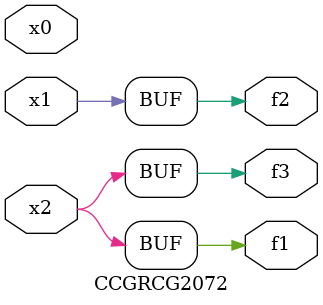
<source format=v>
module CCGRCG2072(
	input x0, x1, x2,
	output f1, f2, f3
);
	assign f1 = x2;
	assign f2 = x1;
	assign f3 = x2;
endmodule

</source>
